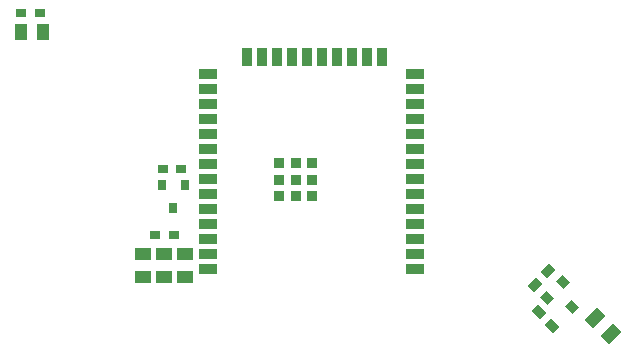
<source format=gbp>
G04*
G04 #@! TF.GenerationSoftware,Altium Limited,Altium Designer,23.7.1 (13)*
G04*
G04 Layer_Color=128*
%FSLAX25Y25*%
%MOIN*%
G70*
G04*
G04 #@! TF.SameCoordinates,AA4D2978-76EA-46CB-BF31-C62278C5BCD9*
G04*
G04*
G04 #@! TF.FilePolarity,Positive*
G04*
G01*
G75*
%ADD29R,0.05709X0.03937*%
%ADD31R,0.03799X0.03150*%
%ADD33R,0.03937X0.05709*%
%ADD44R,0.03150X0.03543*%
%ADD192R,0.03543X0.03543*%
%ADD193R,0.03543X0.05906*%
%ADD194R,0.05906X0.03543*%
G04:AMPARAMS|DCode=195|XSize=39.37mil|YSize=57.09mil|CornerRadius=0mil|HoleSize=0mil|Usage=FLASHONLY|Rotation=135.000|XOffset=0mil|YOffset=0mil|HoleType=Round|Shape=Rectangle|*
%AMROTATEDRECTD195*
4,1,4,0.03410,0.00626,-0.00626,-0.03410,-0.03410,-0.00626,0.00626,0.03410,0.03410,0.00626,0.0*
%
%ADD195ROTATEDRECTD195*%

G04:AMPARAMS|DCode=196|XSize=37.99mil|YSize=31.5mil|CornerRadius=0mil|HoleSize=0mil|Usage=FLASHONLY|Rotation=315.000|XOffset=0mil|YOffset=0mil|HoleType=Round|Shape=Rectangle|*
%AMROTATEDRECTD196*
4,1,4,-0.02457,0.00230,-0.00230,0.02457,0.02457,-0.00230,0.00230,-0.02457,-0.02457,0.00230,0.0*
%
%ADD196ROTATEDRECTD196*%

G04:AMPARAMS|DCode=197|XSize=31.5mil|YSize=35.43mil|CornerRadius=0mil|HoleSize=0mil|Usage=FLASHONLY|Rotation=225.000|XOffset=0mil|YOffset=0mil|HoleType=Round|Shape=Rectangle|*
%AMROTATEDRECTD197*
4,1,4,-0.00139,0.02366,0.02366,-0.00139,0.00139,-0.02366,-0.02366,0.00139,-0.00139,0.02366,0.0*
%
%ADD197ROTATEDRECTD197*%

G04:AMPARAMS|DCode=198|XSize=37.99mil|YSize=31.5mil|CornerRadius=0mil|HoleSize=0mil|Usage=FLASHONLY|Rotation=225.000|XOffset=0mil|YOffset=0mil|HoleType=Round|Shape=Rectangle|*
%AMROTATEDRECTD198*
4,1,4,0.00230,0.02457,0.02457,0.00230,-0.00230,-0.02457,-0.02457,-0.00230,0.00230,0.02457,0.0*
%
%ADD198ROTATEDRECTD198*%

D29*
X142000Y37200D02*
D03*
Y29720D02*
D03*
X149000Y37200D02*
D03*
Y29720D02*
D03*
X156000Y37200D02*
D03*
Y29720D02*
D03*
D31*
X146000Y43700D02*
D03*
X152299D02*
D03*
X154800Y65450D02*
D03*
X148500D02*
D03*
X101350Y117700D02*
D03*
X107650D02*
D03*
D33*
X101350Y111400D02*
D03*
X108830D02*
D03*
D44*
X152150Y52463D02*
D03*
X155890Y60337D02*
D03*
X148410D02*
D03*
D192*
X192931Y67553D02*
D03*
Y56529D02*
D03*
X198442D02*
D03*
X187419Y67553D02*
D03*
X198442Y62041D02*
D03*
X187419D02*
D03*
X192931D02*
D03*
X198442Y67553D02*
D03*
X187419Y56529D02*
D03*
D193*
X176533Y103006D02*
D03*
D03*
X181533D02*
D03*
X186533D02*
D03*
X191533D02*
D03*
X196533D02*
D03*
X201533D02*
D03*
X206533D02*
D03*
X211533D02*
D03*
X216533D02*
D03*
X221533D02*
D03*
D194*
X232498Y32100D02*
D03*
Y37100D02*
D03*
Y42100D02*
D03*
Y47100D02*
D03*
Y52100D02*
D03*
Y57100D02*
D03*
Y62100D02*
D03*
Y67100D02*
D03*
Y72100D02*
D03*
Y77100D02*
D03*
Y82100D02*
D03*
Y87100D02*
D03*
Y92100D02*
D03*
Y97100D02*
D03*
D03*
X163600D02*
D03*
Y92100D02*
D03*
Y87100D02*
D03*
Y82100D02*
D03*
Y77100D02*
D03*
Y72100D02*
D03*
Y67100D02*
D03*
Y62100D02*
D03*
Y57100D02*
D03*
Y52100D02*
D03*
Y47100D02*
D03*
Y42100D02*
D03*
Y37100D02*
D03*
Y32100D02*
D03*
D03*
D195*
X297895Y10455D02*
D03*
X292605Y15745D02*
D03*
D196*
X278400Y13400D02*
D03*
X273946Y17854D02*
D03*
D197*
X276811Y22561D02*
D03*
X282100Y27850D02*
D03*
X285023Y19637D02*
D03*
D198*
X272573Y27023D02*
D03*
X277027Y31477D02*
D03*
M02*

</source>
